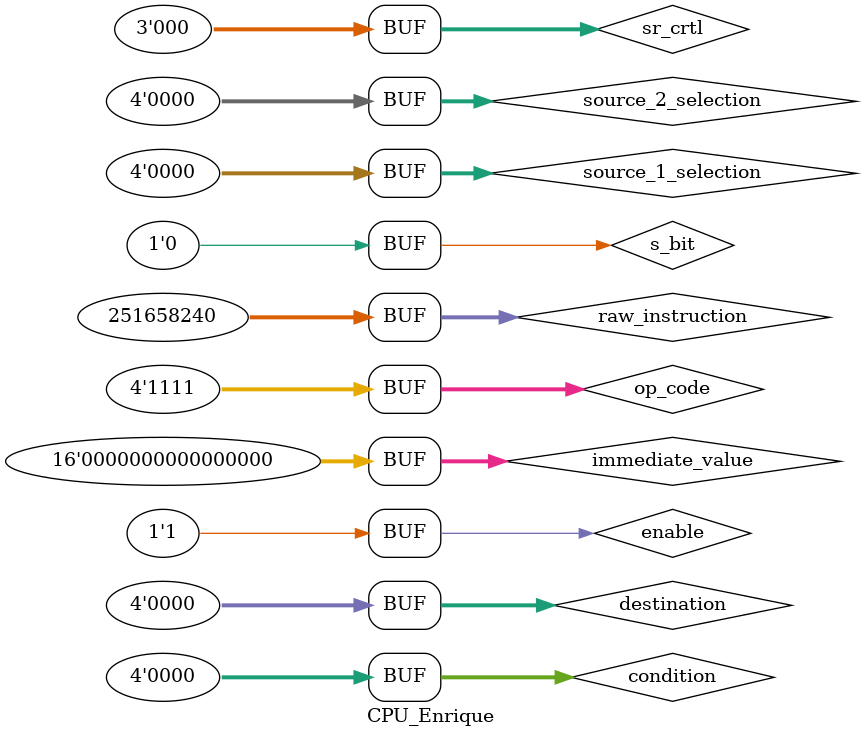
<source format=v>
`timescale 1 ns/10 ps

module CPU_Enrique ;
    
//Wires
wire [15:0] addressToRam;
wire [31:0] data_in, data_out;
wire [31:0] source_2, source_1;
wire [31:0] result; // Output from ALU
wire [31:0] LDR;
wire [15:0] PC_out;
wire read_write; // to RAM

//HelperVariables
wire [3:0] prev_flags, current_flags; 

//reg
reg enable;

reg [31:0]  raw_instruction;

// Instructions Brokedown 
//wire [31:0] instruction; 
wire [3:0] condition;
wire [3:0] op_code;
wire s_bit;
wire [3:0] destination;
wire [3:0] source_2_selection;
wire [3:0] source_1_selection;
wire [15:0] immediate_value;
wire [1:0] current_state;

//extra Instruction Breakdown
reg [2:0] sr_crtl;

assign condition = raw_instruction[31:28];
assign op_code = raw_instruction[27:24];
assign s_bit = raw_instruction[23];
assign destination = raw_instruction[22:19];
assign source_2_selection = raw_instruction[18:15];
assign source_1_selection = raw_instruction[14:11];
assign immediate_value = raw_instruction[18:3];
//Asssigning Extra Instructuons
assign sr_crtl = raw_instruction[2:0];


//Modules Setup
//module ALU(source_1, source_2, sbit, cond, opcode, srcontrol(shiftRotateControl), imvalue, inflags, outflags, result);
ALU ALU(.in1(source_1), .in2(source_2), .sbit(s_bit), .cond(condition), .opcode(op_code), .srcontrol(sr_crtl), .imvalue(immediate_value), .inflags(prev_flags), .outflags(current_flags), .result(result));

//module MemoryControl(source_1, source_2, op_code, data_in, data_out, read_write, address, LDR, alu_result, PC_instruction);
MemoryControl MemCtrl(.source_1(source_1), .source_2(source_2), .op_code(op_code), .data_in(data_in), .data_out(data_out), .read_write(read_write), .address(addressToRam), .LDR(LDR), .alu_result(result), .PC_instruction(PC_out));

//RegisterBank(dest,Din,srcadd1,srcadd2,src1,src2);
RegisterBank RB(.dest(destination),.Din(LDR),.srcadd1(source_1_selection),.srcadd2(source_2_selection),.src1(source_1),.src2(source_2));

//(enable,readWrite,address,dataIn,dataOut);
RAM ram (.enable(enable),.readWrite(read_write), .address(addressToRam), .dataIn(data_in), .dataOut(data_out));

//MOOOCKKK PC

initial begin
	
 raw_instruction = 0;
 enable = 1;

//MOV R3,#4

#5 raw_instruction = 32'b00000110000110000000000000100000;
//MOV R8,#4
#5 raw_instruction = 32'b00000110010000000000000000100000;
//CMP R3, R8 
#5 raw_instruction = 32'b00001000000000011100000000000000;
//ADDGT R1, R3, R8
#5 raw_instruction = 32'b00100000000010011100000000000000;
// MULEQ R2, R3, R8 LSR#1
#5 raw_instruction = 32'b00010010000100011100000001000001;
//SUBS R7, R8, R2
#5 raw_instruction = 32'b00000001101111000001000000000000;
//NOP
#5 raw_instruction = 32'b00001111000000000000000000000000;
//NOP
#5 raw_instruction = 32'b00001111000000000000000000000000;
//MOV R9, #0
#5 raw_instruction = 32'b00000110010010000000000000000000;
//LDR R10, [R9]
#5 raw_instruction = 32'b00001001010101001000000000000000;
//NOP
#5 raw_instruction = 32'b00001111000000000000000000000000;
//NOP
#5 raw_instruction = 32'b00001111000000000000000000000000;
//NOP
#5 raw_instruction = 32'b00001111000000000000000000000000;
//MOV R11, #0
#5 raw_instruction = 32'b00000110010110000000000000000000;
//MOV R6, #26947
#5 raw_instruction = 32'b00000110000100110100101000011000;
//STR R6, [R11]
#5 raw_instruction = 32'b00001010000001011011000000000000;
//NOP
#5 raw_instruction = 32'b00001111000000000000000000000000;
//NOP
#5 raw_instruction = 32'b00001111000000000000000000000000;
//NOP
#5 raw_instruction = 32'b00001111000000000000000000000000;
//NOP
#5 raw_instruction = 32'b00001111000000000000000000000000;
//NOP
#5 raw_instruction = 32'b00001111000000000000000000000000;

end

endmodule


/*
wire [15:0] address; //From MAB to RAM_CPU
	wire read_write; // From MAB to RAM
	wire [31:0] data_in; // From MAB to RAM
	wire [31:0] data_out; // From RAM to MAB and State Machine

	wire [31:0] source_1; // From RBT to ALU
	wire [31:0] source_2; // From RBT to ALU

	wire [31:0] result; // From ALU to MAB

	wire [31:0] LDR; // From MAB to RBT

	wire [15:0] PC_out; // From state machine to MAB
	
	reg Enable, clk, reset;

	//Break up instruction into components
	wire [31:0] instruction; // From state machine
	wire [3:0] condition;
	wire [3:0] op_code;
	wire s_bit;
	wire [3:0] destination;
	wire [3:0] source_2_selection;
	wire [3:0] source_1_selection;
	wire [15:0] immediate_value;
	wire [1:0] current_state;
	wire [3:0] flags;

	assign condition = instruction[31:28];
	assign op_code = instruction[27:24];
	assign s_bit = instruction[23];
	assign destination = instruction[22:19];
	assign source_2_selection = instruction[18:15];
	assign source_1_selection = instruction[14:11];
	assign immediate_value = instruction[18:3];

	//Submodules

	ALU ALU_CPU(op_code, source_2, source_1, immediate_value, condition, s_bit, result, flags);

	memory_access_block MAB_CPU(reset, data_out, data_in, read_write, address, LDR, source_1, source_2, result, op_code, PC_out);

	reg_bank_toplevel RBT_CPU(destination, LDR, source_1_selection, source_2_selection, source_1, source_2);

	
	memory RAM_CPU(Enable,read_write,address,data_in, data_out);

	state_machine SM_CPU(clk, reset, data_out, instruction, PC_out, current_state);
	
	initial
	begin
	
	//$readmemb("final_presentation.txt", RAM_CPU.Mem);
	$readmemb("load_ram.txt", RAM_CPU.Mem);
	//$readmemb("example.txt", RAM_CPU.Mem);
	reset = 1; clk = 0; Enable = 0;
	#5 reset = 0;
	#5 reset = 1; Enable = 1;
	#5 clk = 1;
	#5 clk = 0;
	#5 clk = 1;
	#5 clk = 0;
	#5 clk = 1;
	#5 clk = 0;
	#5 clk = 1;
	#5 clk = 0;
	#5 clk = 1;
	#5 clk = 0;
	#5 clk = 1;
	#5 clk = 0;
	#5 clk = 1;
	#5 clk = 0;
	#5 clk = 1;
	#5 clk = 0;
	#5 clk = 1;
	#5 clk = 0;
	#5 clk = 1;
	#5 clk = 0;
	#5 clk = 1;
	#5 clk = 0;
	#5 clk = 1;
	#5 clk = 0;
	#5 clk = 1;
	#5 clk = 0;
	#5 clk = 1;
	#5 clk = 0;
	#5 clk = 1;
	#5 clk = 0;
	#5 clk = 1;
	#5 clk = 0;
	#5 clk = 1;
	#5 clk = 0;
	#5 clk = 1;
	#5 clk = 0;
	#5 clk = 1;
	#5 clk = 0;
	#5 clk = 1;
	#5 clk = 0;
	#5 clk = 1;
	#5 clk = 0;
	#5 clk = 1;
	#5 clk = 0;
	#5 clk = 1;
	#5 clk = 0;
	#5 clk = 1;
	#5 clk = 0;
	#5 clk = 1;
	#5 clk = 0;
	#5 clk = 1;
	#5 clk = 0;
	#5 clk = 1;
	#5 clk = 0;
	#5 clk = 1;
	#5 clk = 0;
	#5 clk = 1;
	#5 clk = 0;
	#5 clk = 1;
	#5 clk = 0;
	#5 clk = 1;
	#5 clk = 0;
	#5 clk = 1;
	#5 clk = 0;
	#5 clk = 1;
	#5 clk = 0;
	#5 clk = 1;
	#5 clk = 0;
	#5 clk = 1;
	#5 clk = 0;
	#5 clk = 1;
	#5 clk = 0;
	#5 clk = 1;
	#5 clk = 0;
	#5 clk = 1;
	#5 clk = 0;
	#5 clk = 1;
	#5 clk = 0;
	#5 clk = 1;
	#5 clk = 0;
	#5 clk = 1;
	#5 clk = 0;
	#5 clk = 1;
	#5 clk = 0;
	#5 clk = 1;
	#5 clk = 0;
	#5 clk = 1;
	#5 clk = 0;
	#5 clk = 1;
	#5 clk = 0;
	#5 clk = 1;
	#5 clk = 0;
	#5 clk = 1;
	#5 clk = 0;
	#5 clk = 1;
	#5 clk = 0;
	#5 clk = 1;
	#5 clk = 0;
	#5 clk = 1;
	#5 clk = 0;
	#5 clk = 1;
	#5 clk = 0;
	#5 clk = 1;
	#5 clk = 0;
	#5 clk = 1;
	#5 clk = 0;
	#5 clk = 1;
	#5 clk = 0;
	#5 clk = 1;
	#5 clk = 0;
	#5 clk = 1;
	#5 clk = 0;
	#5 clk = 1;
	#5 clk = 0;
	#5 clk = 1;
	#5 clk = 0;
	#5 clk = 1;
	#5 clk = 0;
	#5 clk = 1;
	#5 clk = 0;
	#5 clk = 1;
	#5 clk = 0;
	
	#10
	$writememb("ram_results.txt", RAM_CPU.Mem);
	end
	initial
	begin
	$monitor($time, "\n ============== \n Program Counter: %d\nINSTRUCTIONS:\n Instruction: %b\n Op_code: %b\n Conditional: %b\n S-bit %b\n\nREGISTERS:\n Source 1 Register: %d\n Source 2 Register: %d\n Result Register: %d\n\nDEC RESULTS:\n Source 1: %d\n Source 2: %d\n Result: %d\n\n Flags: %b\n\nBIN RESULTS\n Source 1: %b\n Source 2: %b\n Result: %b\n\nRAM:\n Read/Write: %b\n Address: %d\n",PC_out, instruction, op_code,condition,s_bit,source_1_selection,source_2_selection,destination,source_1,source_2,result,flags,source_1,source_2,result,read_write,address);
	end
endmodule
*/
</source>
